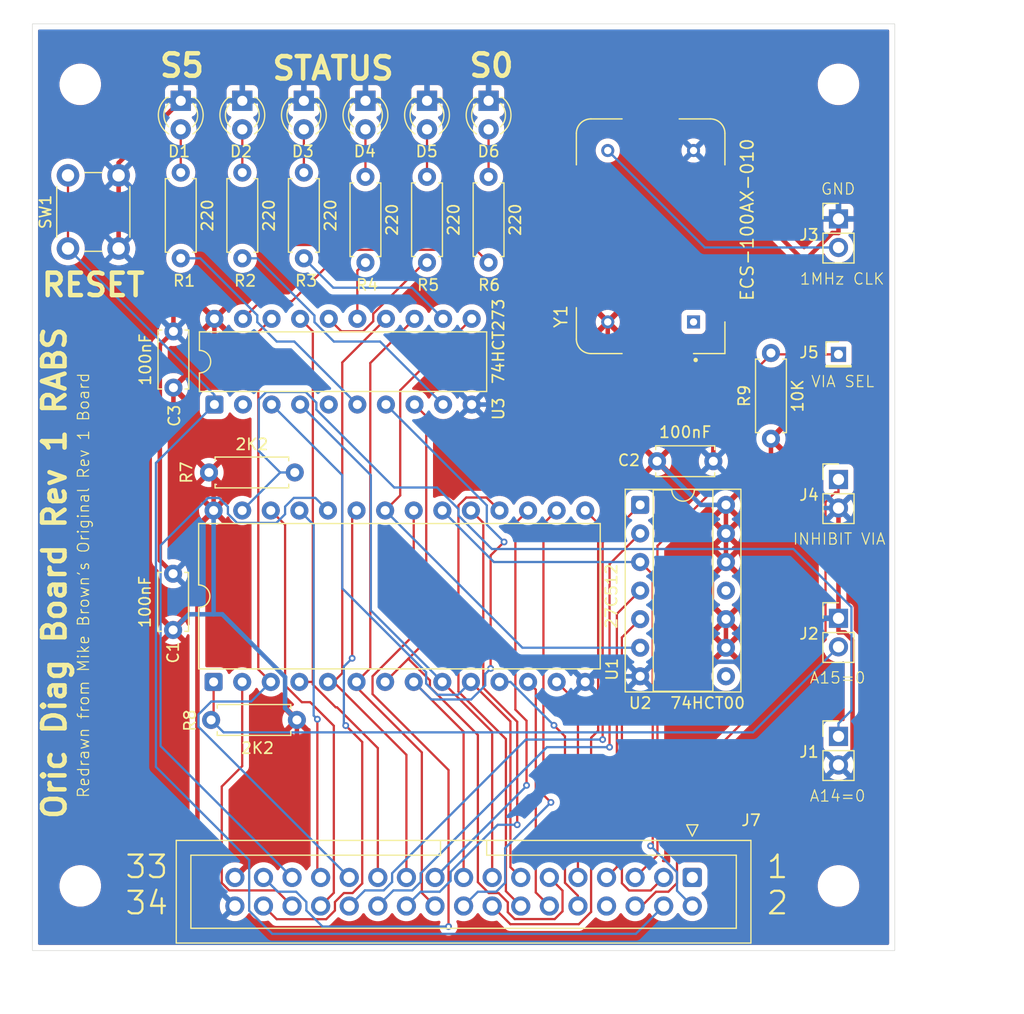
<source format=kicad_pcb>
(kicad_pcb (version 20241229) (generator "pcbnew") (generator_version "9.0")
  (title_block (title "Orig Diag Board") (date "2025-09-28") (rev "1") (comment 3 "**** DO NOT USE ****") (comment 4 "**** NOT VERIFIED YET ****"))
  (layers (0 "F.Cu" signal) (2 "B.Cu" signal) (13 "F.Paste" user) (15 "B.Paste" user) (5 "F.SilkS" user "F.Silkscreen") (7 "B.SilkS" user "B.Silkscreen") (1 "F.Mask" user) (3 "B.Mask" user) (25 "Edge.Cuts" user))
  (net 0 "")
  (net 1 "VCC")
  (net 2 "/ROM A14")
  (net 3 "/ROM A15")
  (net 4 "/CLK")
  (net 5 "/IOCTRL")
  (net 6 "/A2")
  (net 7 "/A7")
  (net 8 "/PH2")
  (net 9 "/A13")
  (net 10 "/~{RESET}")
  (net 11 "/~{IO}")
  (net 12 "/A8")
  (net 13 "/A14")
  (net 14 "/A0")
  (net 15 "/~{ROMDIS}")
  (net 16 "/A15")
  (net 17 "/A10")
  (net 18 "/A4")
  (net 19 "/A5")
  (net 20 "/A6")
  (net 21 "/R{slash}~{W}")
  (net 22 "/A3")
  (net 23 "/A11")
  (net 24 "/A1")
  (net 25 "/A9")
  (net 26 "/~{MAP}")
  (net 27 "/~{IRQ}")
  (net 28 "/A12")
  (net 29 "/PH2+READ")
  (net 34 "Net-(D1-A)")
  (net 35 "GND")
  (net 36 "Net-(D2-A)")
  (net 37 "Net-(D3-A)")
  (net 38 "Net-(D4-A)")
  (net 39 "Net-(D5-A)")
  (net 40 "Net-(D6-A)")
  (net 41 "/D1")
  (net 42 "/D4")
  (net 43 "/D2")
  (net 44 "/D7")
  (net 45 "/D6")
  (net 46 "/D5")
  (net 47 "/D3")
  (net 48 "/D0")
  (net 49 "Net-(U3-Q6)")
  (net 50 "Net-(U3-Q4)")
  (net 51 "Net-(U3-Q2)")
  (net 52 "Net-(U3-Q5)")
  (net 53 "Net-(U3-Q3)")
  (net 54 "Net-(U3-Q7)")
  (footprint "Capacitor_THT:C_Disc_D5.0mm_W2.5mm_P5.00mm" (layer "F.Cu") (at 69.41 47.96 90)
    (property "Reference" "C3")
    (property "Value" "100nF")
  )
  (footprint "Resistor_THT:R_Axial_DIN0207_L6.3mm_D2.5mm_P7.62mm_Horizontal" (layer "F.Cu") (at 75.53 36.46 90)
    (property "Reference" "R2")
    (property "Value" "220")
  )
  (footprint "LED_THT:LED_D3.0mm" (layer "F.Cu") (at 86.47 22.46 -90)
    (property "Reference" "D4")
    (property "Value" "LED")
  )
  (footprint "Resistor_THT:R_Axial_DIN0207_L6.3mm_D2.5mm_P7.62mm_Horizontal" (layer "F.Cu") (at 72.57 55.5)
    (property "Reference" "R7")
    (property "Value" "2K2")
  )
  (footprint "Connector_PinHeader_2.54mm:PinHeader_1x02_P2.54mm_Vertical" (layer "F.Cu") (at 128.5 32.96)
    (property "Reference" "J3")
    (property "Value" "Conn_01x02_Pin")
  )
  (footprint "Connector_PinHeader_2.00mm:PinHeader_1x01_P2.00mm_Vertical" (layer "F.Cu") (at 128.5 45)
    (property "Reference" "J5")
    (property "Value" "Conn_01x01_Pin")
  )
  (footprint "Package_DIP:DIP-14_W7.62mm_Socket" (layer "F.Cu") (at 110.88 58.38)
    (property "Reference" "U2")
    (property "Value" "74HCT00")
  )
  (footprint "MountingHole:MountingHole_3.2mm_M3" (layer "F.Cu") (at 61.13 21)
    (property "Reference" "H4" (hide yes))
    (property "Value" "MountingHole")
  )
  (footprint "MountingHole:MountingHole_3.2mm_M3" (layer "F.Cu") (at 128.5 21)
    (property "Reference" "H3" (hide yes))
    (property "Value" "MountingHole")
  )
  (footprint "LED_THT:LED_D3.0mm" (layer "F.Cu") (at 91.94 22.46 -90)
    (property "Reference" "D5")
    (property "Value" "LED")
  )
  (footprint "LED_THT:LED_D3.0mm" (layer "F.Cu") (at 97.41 22.46 -90)
    (property "Reference" "D6")
    (property "Value" "LED")
  )
  (footprint "LED_THT:LED_D3.0mm" (layer "F.Cu") (at 70.06 22.46 -90)
    (property "Reference" "D1")
    (property "Value" "LED")
  )
  (footprint "Resistor_THT:R_Axial_DIN0207_L6.3mm_D2.5mm_P7.62mm_Horizontal" (layer "F.Cu") (at 97.41 36.84 90)
    (property "Reference" "R6")
    (property "Value" "220")
  )
  (footprint "Resistor_THT:R_Axial_DIN0207_L6.3mm_D2.5mm_P7.62mm_Horizontal" (layer "F.Cu") (at 122.5 52.5 90)
    (property "Reference" "R9")
    (property "Value" "10K")
  )
  (footprint "MountingHole:MountingHole_3.2mm_M3" (layer "F.Cu") (at 61.13 92.2525)
    (property "Reference" "H1" (hide yes))
    (property "Value" "MountingHole")
  )
  (footprint "Capacitor_THT:C_Disc_D5.0mm_W2.5mm_P5.00mm" (layer "F.Cu") (at 112.38 54.5)
    (property "Reference" "C2")
    (property "Value" "100nF")
  )
  (footprint "MountingHole:MountingHole_3.2mm_M3" (layer "F.Cu") (at 128.5 92.2525)
    (property "Reference" "H2" (hide yes))
    (property "Value" "MountingHole")
  )
  (footprint "Button_Switch_THT:SW_PUSH_6mm_H9.5mm" (layer "F.Cu") (at 60.04 35.59 90)
    (property "Reference" "SW1")
    (property "Value" "RESET")
  )
  (footprint "Resistor_THT:R_Axial_DIN0207_L6.3mm_D2.5mm_P7.62mm_Horizontal" (layer "F.Cu") (at 86.47 36.84 90)
    (property "Reference" "R4")
    (property "Value" "220")
  )
  (footprint "Package_DIP:DIP-28_W15.24mm" (layer "F.Cu") (at 72.98 74.12 90)
    (property "Reference" "U1")
    (property "Value" "27C512")
  )
  (footprint "Resistor_THT:R_Axial_DIN0207_L6.3mm_D2.5mm_P7.62mm_Horizontal" (layer "F.Cu") (at 80.38 77.5 180)
    (property "Reference" "R8")
    (property "Value" "2K2")
  )
  (footprint "Resistor_THT:R_Axial_DIN0207_L6.3mm_D2.5mm_P7.62mm_Horizontal" (layer "F.Cu") (at 81 36.46 90)
    (property "Reference" "R3")
    (property "Value" "220")
  )
  (footprint "Connector_PinHeader_2.54mm:PinHeader_1x02_P2.54mm_Vertical" (layer "F.Cu") (at 128.5 78.96)
    (property "Reference" "J1")
    (property "Value" "Conn_01x02_Pin")
  )
  (footprint "Capacitor_THT:C_Disc_D5.0mm_W2.5mm_P5.00mm" (layer "F.Cu") (at 69.38 69.5 90)
    (property "Reference" "C1")
    (property "Value" "100nF")
  )
  (footprint "ECS-100AX-010:OSC_ECS-100AX-010" (layer "F.Cu") (at 111.81 34.5 90)
    (property "Reference" "Y1")
    (property "Value" "ECS-100AX-010")
  )
  (footprint "Resistor_THT:R_Axial_DIN0207_L6.3mm_D2.5mm_P7.62mm_Horizontal" (layer "F.Cu") (at 70.06 36.46 90)
    (property "Reference" "R1")
    (property "Value" "220")
  )
  (footprint "Connector_IDC:IDC-Header_2x17_P2.54mm_Vertical" (layer "F.Cu") (at 115.51 91.5 -90)
    (property "Reference" "J7")
    (property "Value" "Conn_02x17_Odd_Even")
  )
  (footprint "LED_THT:LED_D3.0mm" (layer "F.Cu") (at 81 22.46 -90)
    (property "Reference" "D3")
    (property "Value" "LED")
  )
  (footprint "Connector_PinHeader_2.54mm:PinHeader_1x02_P2.54mm_Vertical" (layer "F.Cu") (at 128.5 56.12)
    (property "Reference" "J4")
    (property "Value" "Conn_01x02_Pin")
  )
  (footprint "Connector_PinHeader_2.54mm:PinHeader_1x02_P2.54mm_Vertical" (layer "F.Cu") (at 128.5 68.46)
    (property "Reference" "J2")
    (property "Value" "Conn_01x02_Pin")
  )
  (footprint "LED_THT:LED_D3.0mm" (layer "F.Cu") (at 75.53 22.46 -90)
    (property "Reference" "D2")
    (property "Value" "LED")
  )
  (footprint "Package_DIP:DIP-20_W7.62mm" (layer "F.Cu") (at 73.05 49.46 90)
    (property "Reference" "U3")
    (property "Value" "74HCT273")
  )
  (footprint "Resistor_THT:R_Axial_DIN0207_L6.3mm_D2.5mm_P7.62mm_Horizontal" (layer "F.Cu") (at 91.94 36.84 90)
    (property "Reference" "R5")
    (property "Value" "220")
  )
  (gr_rect (start 56.88 15.62) (end 133.5 98) (stroke (width 0.05)) (fill no) (layer "Edge.Cuts"))
  (gr_text "A14=0" (at 125.88 84.84 0) (layer "F.SilkS") (effects (font (size 1 1) (thickness 0.1)) (justify left bottom)))
  (gr_text "1\n2" (at 122 94.941444 0) (layer "F.SilkS") (effects (font (size 2 2) (thickness 0.2) (bold yes)) (justify left bottom)))
  (gr_text "Oric Diag Board Rev 1 RABS" (at 60 86.5 90) (layer "F.SilkS") (effects (font (size 2 2) (thickness 0.4) (bold yes)) (justify left bottom)))
  (gr_text "Redrawn from Mike Brown's Original Rev 1 Board" (at 62 84.5 90) (layer "F.SilkS") (effects (font (size 1 1) (thickness 0.1)) (justify left bottom)))
  (gr_text "INHIBIT VIA" (at 124.38 62 0) (layer "F.SilkS") (effects (font (size 1 1) (thickness 0.1)) (justify left bottom)))
  (gr_text "RESET" (at 57.5 40 0) (layer "F.SilkS") (effects (font (size 2 2) (thickness 0.4) (bold yes)) (justify left bottom)))
  (gr_text "S5" (at 68 20.5 0) (layer "F.SilkS") (effects (font (size 2 2) (thickness 0.4) (bold yes)) (justify left bottom)))
  (gr_text "VIA SEL" (at 126 48 0) (layer "F.SilkS") (effects (font (size 1 1) (thickness 0.1)) (justify left bottom)))
  (gr_text "33\n34" (at 65 94.941444 0) (layer "F.SilkS") (effects (font (size 2 2) (thickness 0.2) (bold yes)) (justify left bottom)))
  (gr_text "A15=0" (at 125.88 74.34 0) (layer "F.SilkS") (effects (font (size 1 1) (thickness 0.1)) (justify left bottom)))
  (gr_text "1MHz CLK" (at 125 38.88 0) (layer "F.SilkS") (effects (font (size 1 1) (thickness 0.1)) (justify left bottom)))
  (gr_text "GND" (at 126.88 30.88 0) (layer "F.SilkS") (effects (font (size 1 1) (thickness 0.1)) (justify left bottom)))
  (gr_text "S0" (at 95.5 20.5 0) (layer "F.SilkS") (effects (font (size 2 2) (thickness 0.4) (bold yes)) (justify left bottom)))
  (gr_text "STATUS" (at 78 20.749 0) (layer "F.SilkS") (effects (font (size 2 2) (thickness 0.4) (bold yes)) (justify left bottom)))
  (segment (start 101.0567 35.1767) (end 108 42.12) (width 0.4) (layer "F.Cu") (net 1))
  (segment (start 118.5 63.46) (end 117.2439 64.7161) (width 0.4) (layer "F.Cu") (net 1))
  (segment (start 118.5 58.38) (end 118.5 60.92) (width 0.4) (layer "F.Cu") (net 1))
  (segment (start 117.2439 64.7161) (end 117.2439 67.2839) (width 0.4) (layer "F.Cu") (net 1))
  (segment (start 122.5 54.38) (end 122.5 52.5) (width 0.4) (layer "F.Cu") (net 1))
  (segment (start 79.7133 35.1767) (end 101.0567 35.1767) (width 0.4) (layer "F.Cu") (net 1))
  (segment (start 118.5 68.54) (end 118.5 71.08) (width 0.4) (layer "F.Cu") (net 1))
  (segment (start 72.98 55.91) (end 72.98 58.88) (width 0.4) (layer "F.Cu") (net 1))
  (segment (start 73.05 44.32) (end 73.05 41.84) (width 0.4) (layer "F.Cu") (net 1))
  (segment (start 108 42.12) (end 108 50.12) (width 0.4) (layer "F.Cu") (net 1))
  (segment (start 80.38 85.99) (end 74.87 91.5) (width 0.4) (layer "F.Cu") (net 1))
  (segment (start 118.5 60.92) (end 118.5 63.46) (width 0.4) (layer "F.Cu") (net 1))
  (segment (start 72.57 55.5) (end 72.98 55.91) (width 0.4) (layer "F.Cu") (net 1))
  (segment (start 69.41 52.34) (end 72.57 55.5) (width 0.4) (layer "F.Cu") (net 1))
  (segment (start 108 50.12) (end 112.38 54.5) (width 0.4) (layer "F.Cu") (net 1))
  (segment (start 80.38 77.5) (end 80.38 85.99) (width 0.4) (layer "F.Cu") (net 1))
  (segment (start 69.41 47.96) (end 73.05 44.32) (width 0.4) (layer "F.Cu") (net 1))
  (segment (start 118.5 58.38) (end 122.5 54.38) (width 0.4) (layer "F.Cu") (net 1))
  (segment (start 117.2439 67.2839) (end 118.5 68.54) (width 0.4) (layer "F.Cu") (net 1))
  (segment (start 73.05 41.84) (end 79.7133 35.1767) (width 0.4) (layer "F.Cu") (net 1))
  (segment (start 69.41 47.96) (end 69.41 52.34) (width 0.4) (layer "F.Cu") (net 1))
  (segment (start 112.38 54.5) (end 116.26 58.38) (width 0.4) (layer "B.Cu") (net 1))
  (segment (start 73.7499 68.1064) (end 72.98 68.1064) (width 0.4) (layer "B.Cu") (net 1))
  (segment (start 79.33 73.6865) (end 73.7499 68.1064) (width 0.4) (layer "B.Cu") (net 1))
  (segment (start 72.98 58.88) (end 72.98 68.1064) (width 0.4) (layer "B.Cu") (net 1))
  (segment (start 80.38 77.5) (end 79.33 76.45) (width 0.4) (layer "B.Cu") (net 1))
  (segment (start 116.26 58.38) (end 118.5 58.38) (width 0.4) (layer "B.Cu") (net 1))
  (segment (start 79.33 76.45) (end 79.33 73.6865) (width 0.4) (layer "B.Cu") (net 1))
  (segment (start 72.98 68.1064) (end 70.7736 68.1064) (width 0.4) (layer "B.Cu") (net 1))
  (segment (start 70.7736 68.1064) (end 69.38 69.5) (width 0.4) (layer "B.Cu") (net 1))
  (segment (start 92.827 56.836) (end 89.028 56.836) (width 0.2) (layer "B.Cu") (net 2))
  (segment (start 94.7383 59.3363) (end 94.7383 58.7473) (width 0.2) (layer "B.Cu") (net 2))
  (segment (start 128.5 78.96) (end 128.5 77.8083) (width 0.2) (layer "B.Cu") (net 2))
  (segment (start 76.9933 49.0071) (end 76.9933 53.5933) (width 0.2) (layer "B.Cu") (net 2))
  (segment (start 81.1594 48.3455) (end 77.6549 48.3455) (width 0.2) (layer "B.Cu") (net 2))
  (segment (start 89.028 56.836) (end 82.1083 49.9163) (width 0.2) (layer "B.Cu") (net 2))
  (segment (start 129.6517 76.6566) (end 129.6517 67.4636) (width 0.2) (layer "B.Cu") (net 2))
  (segment (start 124.4921 62.304) (end 97.706 62.304) (width 0.2) (layer "B.Cu") (net 2))
  (segment (start 129.6517 67.4636) (end 124.4921 62.304) (width 0.2) (layer "B.Cu") (net 2))
  (segment (start 76.9933 53.5933) (end 78.9 55.5) (width 0.2) (layer "B.Cu") (net 2))
  (segment (start 82.1083 49.9163) (end 82.1083 49.2944) (width 0.2) (layer "B.Cu") (net 2))
  (segment (start 77.6549 48.3455) (end 76.9933 49.0071) (width 0.2) (layer "B.Cu") (net 2))
  (segment (start 75.52 58.88) (end 78.9 55.5) (width 0.2) (layer "B.Cu") (net 2))
  (segment (start 97.706 62.304) (end 94.7383 59.3363) (width 0.2) (layer "B.Cu") (net 2))
  (segment (start 78.9 55.5) (end 80.19 55.5) (width 0.2) (layer "B.Cu") (net 2))
  (segment (start 128.5 77.8083) (end 129.6517 76.6566) (width 0.2) (layer "B.Cu") (net 2))
  (segment (start 82.1083 49.2944) (end 81.1594 48.3455) (width 0.2) (layer "B.Cu") (net 2))
  (segment (start 94.7383 58.7473) (end 92.827 56.836) (width 0.2) (layer "B.Cu") (net 2))
  (segment (start 72.76 77.5) (end 72.98 77.28) (width 0.2) (layer "F.Cu") (net 3))
  (segment (start 72.98 77.28) (end 72.98 74.12) (width 0.2) (layer "F.Cu") (net 3))
  (segment (start 73.8617 78.6017) (end 120.8983 78.6017) (width 0.2) (layer "B.Cu") (net 3))
  (segment (start 72.76 77.5) (end 73.8617 78.6017) (width 0.2) (layer "B.Cu") (net 3))
  (segment (start 120.8983 78.6017) (end 128.5 71) (width 0.2) (layer "B.Cu") (net 3))
  (segment (start 116.62 35.5) (end 128.5 35.5) (width 0.2) (layer "B.Cu") (net 4))
  (segment (start 108 26.88) (end 116.62 35.5) (width 0.2) (layer "B.Cu") (net 4))
  (segment (start 127.3483 70.361) (end 127.3483 58.1354) (width 0.2) (layer "F.Cu") (net 5))
  (segment (start 113.3834 92.77) (end 114.1518 92.0016) (width 0.2) (layer "F.Cu") (net 5))
  (segment (start 128.212 57.2717) (end 128.5 57.2717) (width 0.2) (layer "F.Cu") (net 5))
  (segment (start 111.0159 94.04) (end 112.2859 92.77) (width 0.2) (layer "F.Cu") (net 5))
  (segment (start 127.3483 58.1354) (end 128.212 57.2717) (width 0.2) (layer "F.Cu") (net 5))
  (segment (start 114.1518 83.5575) (end 127.3483 70.361) (width 0.2) (layer "F.Cu") (net 5))
  (segment (start 110.43 94.04) (end 111.0159 94.04) (width 0.2) (layer "F.Cu") (net 5))
  (segment (start 114.1518 92.0016) (end 114.1518 83.5575) (width 0.2) (layer "F.Cu") (net 5))
  (segment (start 128.5 56.12) (end 128.5 57.2717) (width 0.2) (layer "F.Cu") (net 5))
  (segment (start 112.2859 92.77) (end 113.3834 92.77) (width 0.2) (layer "F.Cu") (net 5))
  (segment (start 90.76 74.12) (end 95.19 78.55) (width 0.2) (layer "F.Cu") (net 6))
  (segment (start 97.5938 62.8706) (end 97.5938 72.9219) (width 0.2) (layer "F.Cu") (net 6))
  (segment (start 95.19 78.55) (end 95.19 91.5) (width 0.2) (layer "F.Cu") (net 6))
  (segment (start 98.7865 61.6779) (end 97.5938 62.8706) (width 0.2) (layer "F.Cu") (net 6))
  (via (at 97.5938 72.9219) (size 0.6) (drill 0.3) (layers "F.Cu" "B.Cu") (net 6))
  (via (at 98.7865 61.6779) (size 0.6) (drill 0.3) (layers "F.Cu" "B.Cu") (net 6))
  (segment (start 90.76 74.12) (end 92.3192 75.6792) (width 0.2) (layer "B.Cu") (net 6))
  (segment (start 88.29 49.46) (end 97.2515 58.4215) (width 0.2) (layer "B.Cu") (net 6))
  (segment (start 97.11 73.4057) (end 97.5938 72.9219) (width 0.2) (layer "B.Cu") (net 6))
  (segment (start 97.2515 60.1429) (end 98.7865 61.6779) (width 0.2) (layer "B.Cu") (net 6))
  (segment (start 95.8616 75.6792) (end 97.11 74.4308) (width 0.2) (layer "B.Cu") (net 6))
  (segment (start 92.3192 75.6792) (end 95.8616 75.6792) (width 0.2) (layer "B.Cu") (net 6))
  (segment (start 97.11 74.4308) (end 97.11 73.4057) (width 0.2) (layer "B.Cu") (net 6))
  (segment (start 97.2515 58.4215) (end 97.2515 60.1429) (width 0.2) (layer "B.Cu") (net 6))
  (segment (start 76.9487 43.0213) (end 76.9487 73.0087) (width 0.2) (layer "F.Cu") (net 7))
  (segment (start 78.13 41.84) (end 76.9487 43.0213) (width 0.2) (layer "F.Cu") (net 7))
  (segment (start 76.9487 73.0087) (end 78.06 74.12) (width 0.2) (layer "F.Cu") (net 7))
  (segment (start 71.6244 78.0944) (end 71.6244 77.0157) (width 0.2) (layer "B.Cu") (net 7))
  (segment (start 85.03 91.5) (end 71.6244 78.0944) (width 0.2) (layer "B.Cu") (net 7))
  (segment (start 71.6244 77.0157) (end 72.7784 75.8617) (width 0.2) (layer "B.Cu") (net 7))
  (segment (start 72.7784 75.8617) (end 76.3183 75.8617) (width 0.2) (layer "B.Cu") (net 7))
  (segment (start 76.3183 75.8617) (end 78.06 74.12) (width 0.2) (layer "B.Cu") (net 7))
  (segment (start 109.9008 92.6592) (end 109.2575 92.0159) (width 0.2) (layer "F.Cu") (net 8))
  (segment (start 111.8108 92.6592) (end 109.9008 92.6592) (width 0.2) (layer "F.Cu") (net 8))
  (segment (start 109.2575 70.1625) (end 110.88 68.54) (width 0.2) (layer "F.Cu") (net 8))
  (segment (start 112.97 91.5) (end 111.8108 92.6592) (width 0.2) (layer "F.Cu") (net 8))
  (segment (start 109.2575 92.0159) (end 109.2575 70.1625) (width 0.2) (layer "F.Cu") (net 8))
  (segment (start 79.33 74.4321) (end 80.8179 75.92) (width 0.2) (layer "F.Cu") (net 9))
  (segment (start 78.06 58.88) (end 79.33 60.15) (width 0.2) (layer "F.Cu") (net 9))
  (segment (start 81.5608 75.92) (end 83.6599 78.0191) (width 0.2) (layer "F.Cu") (net 9))
  (segment (start 83.6599 78.0191) (end 83.6599 92.8701) (width 0.2) (layer "F.Cu") (net 9))
  (segment (start 79.33 60.15) (end 79.33 74.4321) (width 0.2) (layer "F.Cu") (net 9))
  (segment (start 83.6599 92.8701) (end 82.49 94.04) (width 0.2) (layer "F.Cu") (net 9))
  (segment (start 80.8179 75.92) (end 81.5608 75.92) (width 0.2) (layer "F.Cu") (net 9))
  (segment (start 60.04 29.09) (end 60.04 35.59) (width 0.2) (layer "F.Cu") (net 10))
  (segment (start 67.8549 81.6712) (end 76.14 89.9563) (width 0.2) (layer "B.Cu") (net 10))
  (segment (start 60.04 35.59) (end 73.05 48.6) (width 0.2) (layer "B.Cu") (net 10))
  (segment (start 76.14 89.9563) (end 76.14 94.4621) (width 0.2) (layer "B.Cu") (net 10))
  (segment (start 110.4954 96.5146) (end 112.97 94.04) (width 0.2) (layer "B.Cu") (net 10))
  (segment (start 67.8549 54.6551) (end 67.8549 81.6712) (width 0.2) (layer "B.Cu") (net 10))
  (segment (start 78.1925 96.5146) (end 110.4954 96.5146) (width 0.2) (layer "B.Cu") (net 10))
  (segment (start 73.05 49.46) (end 67.8549 54.6551) (width 0.2) (layer "B.Cu") (net 10))
  (segment (start 76.14 94.4621) (end 78.1925 96.5146) (width 0.2) (layer "B.Cu") (net 10))
  (segment (start 73.05 48.6) (end 73.05 49.46) (width 0.2) (layer "B.Cu") (net 10))
  (segment (start 112.414 62.0174) (end 120.9669 53.4645) (width 0.2) (layer "F.Cu") (net 11))
  (segment (start 120.9669 53.4645) (end 120.9669 46.5331) (width 0.2) (layer "F.Cu") (net 11))
  (segment (start 128.5 45) (end 127.5233 45) (width 0.2) (layer "F.Cu") (net 11))
  (segment (start 112.414 89.516) (end 112.414 62.0174) (width 0.2) (layer "F.Cu") (net 11))
  (segment (start 120.9669 46.5331) (end 122.5 45) (width 0.2) (layer "F.Cu") (net 11))
  (segment (start 122.5 45) (end 122.5 44.88) (width 0.2) (layer "F.Cu") (net 11))
  (segment (start 122.5 45) (end 127.5233 45) (width 0.2) (layer "F.Cu") (net 11))
  (segment (start 110.43 91.5) (end 112.414 89.516) (width 0.2) (layer "F.Cu") (net 11))
  (segment (start 82.49 91.5) (end 82.197 91.207) (width 0.2) (layer "F.Cu") (net 12))
  (segment (start 82.197 91.207) (end 82.197 77.436) (width 0.2) (layer "F.Cu") (net 12))
  (via (at 82.197 77.436) (size 0.6) (drill 0.3) (layers "F.Cu" "B.Cu") (net 12))
  (segment (start 81.87 77.109) (end 82.197 77.436) (width 0.2) (layer "B.Cu") (net 12))
  (segment (start 80.6 58.88) (end 81.87 60.15) (width 0.2) (layer "B.Cu") (net 12))
  (segment (start 81.87 60.15) (end 81.87 77.109) (width 0.2) (layer "B.Cu") (net 12))
  (segment (start 107.5455 61.7145) (end 110.88 58.38) (width 0.2) (layer "F.Cu") (net 13))
  (segment (start 107.5455 79.2428) (end 107.5455 61.7145) (width 0.2) (layer "F.Cu") (net 13))
  (via (at 107.5455 79.2428) (size 0.6) (drill 0.3) (layers "F.Cu" "B.Cu") (net 13))
  (segment (start 85.03 94.04) (end 86.4183 92.6517) (width 0.2) (layer "B.Cu") (net 13))
  (segment (start 88.84 91.9028) (end 88.84 91.1263) (width 0.2) (layer "B.Cu") (net 13))
  (segment (start 86.4183 92.6517) (end 88.0911 92.6517) (width 0.2) (layer "B.Cu") (net 13))
  (segment (start 88.0911 92.6517) (end 88.84 91.9028) (width 0.2) (layer "B.Cu") (net 13))
  (segment (start 100.7235 79.2428) (end 107.5455 79.2428) (width 0.2) (layer "B.Cu") (net 13))
  (segment (start 88.84 91.1263) (end 100.7235 79.2428) (width 0.2) (layer "B.Cu") (net 13))
  (segment (start 95.84 74.12) (end 99.3516 77.6316) (width 0.2) (layer "F.Cu") (net 14))
  (segment (start 99.3516 77.6316) (end 99.3516 90.5816) (width 0.2) (layer "F.Cu") (net 14))
  (segment (start 99.3516 90.5816) (end 100.27 91.5) (width 0.2) (layer "F.Cu") (net 14))
  (segment (start 84.41 65.8048) (end 84.41 55.74) (width 0.2) (layer "B.Cu") (net 14))
  (segment (start 84.41 55.74) (end 78.13 49.46) (width 0.2) (layer "B.Cu") (net 14))
  (segment (start 94.7004 75.2596) (end 92.8547 75.2596) (width 0.2) (layer "B.Cu") (net 14))
  (segment (start 92.8547 75.2596) (end 91.8617 74.2666) (width 0.2) (layer "B.Cu") (net 14))
  (segment (start 91.8617 73.2565) (end 84.41 65.8048) (width 0.2) (layer "B.Cu") (net 14))
  (segment (start 91.8617 74.2666) (end 91.8617 73.2565) (width 0.2) (layer "B.Cu") (net 14))
  (segment (start 95.84 74.12) (end 94.7004 75.2596) (width 0.2) (layer "B.Cu") (net 14))
  (segment (start 111.9945 88.5083) (end 111.8082 88.6946) (width 0.2) (layer "F.Cu") (net 15))
  (segment (start 111.9945 64.5745) (end 111.9945 88.5083) (width 0.2) (layer "F.Cu") (net 15))
  (segment (start 110.88 63.46) (end 111.9945 64.5745) (width 0.2) (layer "F.Cu") (net 15))
  (via (at 111.8082 88.6946) (size 0.6) (drill 0.3) (layers "F.Cu" "B.Cu") (net 15))
  (segment (start 115.51 94.04) (end 114.1518 92.6818) (width 0.2) (layer "B.Cu") (net 15))
  (segment (start 114.1518 91.0382) (end 111.8082 88.6946) (width 0.2) (layer "B.Cu") (net 15))
  (segment (start 110.88 63.46) (end 97.88 63.46) (width 0.2) (layer "B.Cu") (net 15))
  (segment (start 97.88 63.46) (end 93.3 58.88) (width 0.2) (layer "B.Cu") (net 15))
  (segment (start 114.1518 92.6818) (end 114.1518 91.0382) (width 0.2) (layer "B.Cu") (net 15))
  (segment (start 110.88 60.92) (end 108.1584 63.6416) (width 0.2) (layer "F.Cu") (net 16))
  (segment (start 108.1584 63.6416) (end 108.1584 79.919) (width 0.2) (layer "F.Cu") (net 16))
  (via (at 108.1584 79.919) (size 0.6) (drill 0.3) (layers "F.Cu" "B.Cu") (net 16))
  (segment (start 90.6311 92.6517) (end 91.38 91.9028) (width 0.2) (layer "B.Cu") (net 16))
  (segment (start 87.57 94.04) (end 88.9583 92.6517) (width 0.2) (layer "B.Cu") (net 16))
  (segment (start 91.38 91.9028) (end 91.38 91.1275) (width 0.2) (layer "B.Cu") (net 16))
  (segment (start 102.5885 79.919) (end 108.1584 79.919) (width 0.2) (layer "B.Cu") (net 16))
  (segment (start 88.9583 92.6517) (end 90.6311 92.6517) (width 0.2) (layer "B.Cu") (net 16))
  (segment (start 91.38 91.1275) (end 102.5885 79.919) (width 0.2) (layer "B.Cu") (net 16))
  (segment (start 93.8513 81.9497) (end 93.8513 95.8642) (width 0.2) (layer "F.Cu") (net 17))
  (segment (start 87.0996 73.6152) (end 87.0996 75.198) (width 0.2) (layer "F.Cu") (net 17))
  (segment (start 87.0996 75.198) (end 93.8513 81.9497) (width 0.2) (layer "F.Cu") (net 17))
  (segment (start 90.76 58.88) (end 90.76 69.9548) (width 0.2) (layer "F.Cu") (net 17))
  (segment (start 90.76 69.9548) (end 87.0996 73.6152) (width 0.2) (layer "F.Cu") (net 17))
  (via (at 93.8513 95.8642) (size 0.6) (drill 0.3) (layers "F.Cu" "B.Cu") (net 17))
  (segment (start 77.41 91.5) (end 78.68 92.77) (width 0.2) (layer "B.Cu") (net 17))
  (segment (start 81.2202 94.4327) (end 82.6517 95.8642) (width 0.2) (layer "B.Cu") (net 17))
  (segment (start 78.68 92.77) (end 80.3119 92.77) (width 0.2) (layer "B.Cu") (net 17))
  (segment (start 82.6517 95.8642) (end 93.8513 95.8642) (width 0.2) (layer "B.Cu") (net 17))
  (segment (start 81.2202 93.6783) (end 81.2202 94.4327) (width 0.2) (layer "B.Cu") (net 17))
  (segment (start 80.3119 92.77) (end 81.2202 93.6783) (width 0.2) (layer "B.Cu") (net 17))
  (segment (start 91.48 92.87) (end 92.65 94.04) (width 0.2) (layer "F.Cu") (net 18))
  (segment (start 90.83 41.84) (end 86.9004 45.7696) (width 0.2) (layer "F.Cu") (net 18))
  (segment (start 91.48 80.3866) (end 91.48 92.87) (width 0.2) (layer "F.Cu") (net 18))
  (segment (start 85.68 74.12) (end 85.68 74.5866) (width 0.2) (layer "F.Cu") (net 18))
  (segment (start 86.9004 72.8996) (end 85.68 74.12) (width 0.2) (layer "F.Cu") (net 18))
  (segment (start 86.9004 45.7696) (end 86.9004 72.8996) (width 0.2) (layer "F.Cu") (net 18))
  (segment (start 85.68 74.5866) (end 91.48 80.3866) (width 0.2) (layer "F.Cu") (net 18))
  (segment (start 83.6321 74.12) (end 90.11 80.5979) (width 0.2) (layer "F.Cu") (net 19))
  (segment (start 88.29 41.84) (end 84.41 45.72) (width 0.2) (layer "F.Cu") (net 19))
  (segment (start 84.41 45.72) (end 84.41 73.3421) (width 0.2) (layer "F.Cu") (net 19))
  (segment (start 84.41 73.3421) (end 83.6321 74.12) (width 0.2) (layer "F.Cu") (net 19))
  (segment (start 90.11 80.5979) (end 90.11 91.5) (width 0.2) (layer "F.Cu") (net 19))
  (segment (start 83.6321 74.12) (end 83.14 74.12) (width 0.2) (layer "F.Cu") (net 19))
  (segment (start 81.795 42.965) (end 80.67 41.84) (width 0.2) (layer "F.Cu") (net 20))
  (segment (start 81.795 74.3457) (end 83.8229 76.3736) (width 0.2) (layer "F.Cu") (net 20))
  (segment (start 80.6 74.12) (end 81.795 74.12) (width 0.2) (layer "F.Cu") (net 20))
  (segment (start 87.57 79.9974) (end 87.57 91.5) (width 0.2) (layer "F.Cu") (net 20))
  (segment (start 81.795 74.12) (end 81.795 74.3457) (width 0.2) (layer "F.Cu") (net 20))
  (segment (start 83.8229 76.3736) (end 83.9462 76.3736) (width 0.2) (layer "F.Cu") (net 20))
  (segment (start 81.795 74.12) (end 81.795 42.965) (width 0.2) (layer "F.Cu") (net 20))
  (segment (start 83.9462 76.3736) (end 87.57 79.9974) (width 0.2) (layer "F.Cu") (net 20))
  (segment (start 108.8087 68.0713) (end 110.88 66) (width 0.2) (layer "F.Cu") (net 21))
  (segment (start 107.89 91.5) (end 108.8087 90.5813) (width 0.2) (layer "F.Cu") (net 21))
  (segment (start 108.8087 90.5813) (end 108.8087 68.0713) (width 0.2) (layer "F.Cu") (net 21))
  (segment (start 102.81 91.5) (end 103.981 92.671) (width 0.2) (layer "F.Cu") (net 22))
  (segment (start 90.83 49.46) (end 91.8722 50.5022) (width 0.2) (layer "F.Cu") (net 22))
  (segment (start 99.1183 94.586) (end 99.1183 93.7071) (width 0.2) (layer "F.Cu") (net 22))
  (segment (start 103.2883 95.2016) (end 99.7339 95.2016) (width 0.2) (layer "F.Cu") (net 22))
  (segment (start 96.46 78.838) (end 92.1983 74.5763) (width 0.2) (layer "F.Cu") (net 22))
  (segment (start 97.4299 92.8883) (end 96.46 91.9184) (width 0.2) (layer "F.Cu") (net 22))
  (segment (start 96.46 91.9184) (end 96.46 78.838) (width 0.2) (layer "F.Cu") (net 22))
  (segment (start 90.2803 72.0597) (end 88.22 74.12) (width 0.2) (layer "F.Cu") (net 22))
  (segment (start 92.1983 73.9777) (end 90.2803 72.0597) (width 0.2) (layer "F.Cu") (net 22))
  (segment (start 99.1183 93.7071) (end 98.2995 92.8883) (width 0.2) (layer "F.Cu") (net 22))
  (segment (start 91.8722 50.5022) (end 91.8722 70.4678) (width 0.2) (layer "F.Cu") (net 22))
  (segment (start 103.981 94.5089) (end 103.2883 95.2016) (width 0.2) (layer "F.Cu") (net 22))
  (segment (start 99.7339 95.2016) (end 99.1183 94.586) (width 0.2) (layer "F.Cu") (net 22))
  (segment (start 98.2995 92.8883) (end 97.4299 92.8883) (width 0.2) (layer "F.Cu") (net 22))
  (segment (start 91.8722 70.4678) (end 90.2803 72.0597) (width 0.2) (layer "F.Cu") (net 22))
  (segment (start 103.981 92.671) (end 103.981 94.5089) (width 0.2) (layer "F.Cu") (net 22))
  (segment (start 92.1983 74.5763) (end 92.1983 73.9777) (width 0.2) (layer "F.Cu") (net 22))
  (segment (start 85.68 58.88) (end 85.2906 59.2694) (width 0.2) (layer "F.Cu") (net 23))
  (segment (start 86.1832 79.4615) (end 86.1832 92.0352) (width 0.2) (layer "F.Cu") (net 23))
  (segment (start 82.9841 95.2116) (end 78.5816 95.2116) (width 0.2) (layer "F.Cu") (net 23))
  (segment (start 84.7195 77.9978) (end 86.1832 79.4615) (width 0.2) (layer "F.Cu") (net 23))
  (segment (start 78.5816 95.2116) (end 77.41 94.04) (width 0.2) (layer "F.Cu") (net 23))
  (segment (start 85.3301 92.8883) (end 84.553 92.8883) (width 0.2) (layer "F.Cu") (net 23))
  (segment (start 85.2906 59.2694) (end 85.2906 72.0162) (width 0.2) (layer "F.Cu") (net 23))
  (segment (start 84.553 92.8883) (end 83.76 93.6813) (width 0.2) (layer "F.Cu") (net 23))
  (segment (start 83.76 94.4357) (end 82.9841 95.2116) (width 0.2) (layer "F.Cu") (net 23))
  (segment (start 83.76 93.6813) (end 83.76 94.4357) (width 0.2) (layer "F.Cu") (net 23))
  (segment (start 86.1832 92.0352) (end 85.3301 92.8883) (width 0.2) (layer "F.Cu") (net 23))
  (via (at 85.2906 72.0162) (size 0.6) (drill 0.3) (layers "F.Cu" "B.Cu") (net 23))
  (via (at 84.7195 77.9978) (size 0.6) (drill 0.3) (layers "F.Cu" "B.Cu") (net 23))
  (segment (start 85.2906 72.0162) (end 84.5518 72.755) (width 0.2) (layer "B.Cu") (net 23))
  (segment (start 84.5518 72.755) (end 84.5518 77.8301) (width 0.2) (layer "B.Cu") (net 23))
  (segment (start 84.5518 77.8301) (end 84.7195 77.9978) (width 0.2) (layer "B.Cu") (net 23))
  (segment (start 97.73 78.55) (end 97.73 91.5) (width 0.2) (layer "F.Cu") (net 24))
  (segment (start 93.3 74.12) (end 97.73 78.55) (width 0.2) (layer "F.Cu") (net 24))
  (segment (start 86.95 55.74) (end 86.95 67.77) (width 0.2) (layer "B.Cu") (net 24))
  (segment (start 86.95 67.77) (end 93.3 74.12) (width 0.2) (layer "B.Cu") (net 24))
  (segment (start 80.67 49.46) (end 86.95 55.74) (width 0.2) (layer "B.Cu") (net 24))
  (segment (start 82.0169 57.7569) (end 83.14 58.88) (width 0.2) (layer "B.Cu") (net 25))
  (segment (start 68.2682 61.9795) (end 72.4829 57.7648) (width 0.2) (layer "B.Cu") (net 25))
  (segment (start 68.2682 79.8182) (end 68.2682 61.9795) (width 0.2) (layer "B.Cu") (net 25))
  (segment (start 79.33 59.2074) (end 79.33 58.5377) (width 0.2) (layer "B.Cu") (net 25))
  (segment (start 79.33 58.5377) (end 80.1108 57.7569) (width 0.2) (layer "B.Cu") (net 25))
  (segment (start 74.25 58.5519) (end 74.25 59.1768) (width 0.2) (layer "B.Cu") (net 25))
  (segment (start 79.95 91.5) (end 68.2682 79.8182) (width 0.2) (layer "B.Cu") (net 25))
  (segment (start 78.5557 59.9817) (end 79.33 59.2074) (width 0.2) (layer "B.Cu") (net 25))
  (segment (start 74.25 59.1768) (end 75.0549 59.9817) (width 0.2) (layer "B.Cu") (net 25))
  (segment (start 80.1108 57.7569) (end 82.0169 57.7569) (width 0.2) (layer "B.Cu") (net 25))
  (segment (start 73.4629 57.7648) (end 74.25 58.5519) (width 0.2) (layer "B.Cu") (net 25))
  (segment (start 72.4829 57.7648) (end 73.4629 57.7648) (width 0.2) (layer "B.Cu") (net 25))
  (segment (start 75.0549 59.9817) (end 78.5557 59.9817) (width 0.2) (layer "B.Cu") (net 25))
  (segment (start 75.52 81.6018) (end 75.52 74.12) (width 0.2) (layer "F.Cu") (net 28))
  (segment (start 79.95 94.04) (end 78.5617 92.6517) (width 0.2) (layer "F.Cu") (net 28))
  (segment (start 73.704 83.4178) (end 75.52 81.6018) (width 0.2) (layer "F.Cu") (net 28))
  (segment (start 78.5617 92.6517) (end 74.3648 92.6517) (width 0.2) (layer "F.Cu") (net 28))
  (segment (start 74.3648 92.6517) (end 73.704 91.9909) (width 0.2) (layer "F.Cu") (net 28))
  (segment (start 73.704 91.9909) (end 73.704 83.4178) (width 0.2) (layer "F.Cu") (net 28))
  (segment (start 89.56 57.54) (end 88.22 58.88) (width 0.2) (layer "F.Cu") (net 29))
  (segment (start 95.91 41.84) (end 89.56 48.19) (width 0.2) (layer "F.Cu") (net 29))
  (segment (start 89.56 48.19) (end 89.56 57.54) (width 0.2) (layer "F.Cu") (net 29))
  (segment (start 88.22 58.88) (end 100.42 71.08) (width 0.2) (layer "B.Cu") (net 29))
  (segment (start 100.42 71.08) (end 110.88 71.08) (width 0.2) (layer "B.Cu") (net 29))
  (segment (start 70.06 25) (end 70.06 28.84) (width 0.2) (layer "F.Cu") (net 34))
  (segment (start 128.5 68.46) (end 128.5 69.7117) (width 0.4) (layer "F.Cu") (net 35))
  (segment (start 69.38 64.5) (end 68.2013 63.3213) (width 0.4) (layer "F.Cu") (net 35))
  (segment (start 128.5 69.7117) (end 129.0477 69.7117) (width 0.4) (layer "F.Cu") (net 35))
  (segment (start 71.541 66.661) (end 71.541 90.711) (width 0.4) (layer "F.Cu") (net 35))
  (segment (start 69.38 64.5) (end 71.541 66.661) (width 0.4) (layer "F.Cu") (net 35))
  (segment (start 117.38 44.7841) (end 125.4521 36.712) (width 0.4) (layer "F.Cu") (net 35))
  (segment (start 70.06 22.46) (end 64.54 27.98) (width 0.4) (layer "F.Cu") (net 35))
  (segment (start 128.5 32.96) (end 128.5 34.2117) (width 0.4) (layer "F.Cu") (net 35))
  (segment (start 64.54 27.98) (end 64.54 29.09) (width 0.4) (layer "F.Cu") (net 35))
  (segment (start 125.4521 36.712) (end 127.9524 34.2117) (width 0.4) (layer "F.Cu") (net 35))
  (segment (start 129.0477 69.7117) (end 129.7517 70.4157) (width 0.4) (layer "F.Cu") (net 35))
  (segment (start 129.7517 80.2483) (end 128.5 81.5) (width 0.4) (layer "F.Cu") (net 35))
  (segment (start 125.4521 36.712) (end 115.62 26.88) (width 0.4) (layer "F.Cu") (net 35))
  (segment (start 69.41 40.46) (end 69.41 42.96) (width 0.4) (layer "F.Cu") (net 35))
  (segment (start 64.54 29.09) (end 64.54 35.59) (width 0.4) (layer "F.Cu") (net 35))
  (segment (start 71.541 90.711) (end 74.87 94.04) (width 0.4) (layer "F.Cu") (net 35))
  (segment (start 68.2013 44.1687) (end 69.41 42.96) (width 0.4) (layer "F.Cu") (net 35))
  (segment (start 127.9524 34.2117) (end 128.5 34.2117) (width 0.4) (layer "F.Cu") (net 35))
  (segment (start 64.54 35.59) (end 69.41 40.46) (width 0.4) (layer "F.Cu") (net 35))
  (segment (start 117.38 54.5) (end 117.38 44.7841) (width 0.4) (layer "F.Cu") (net 35))
  (segment (start 128.5 58.66) (end 128.5 68.46) (width 0.4) (layer "F.Cu") (net 35))
  (segment (start 129.7517 70.4157) (end 129.7517 80.2483) (width 0.4) (layer "F.Cu") (net 35))
  (segment (start 68.2013 63.3213) (end 68.2013 44.1687) (width 0.4) (layer "F.Cu") (net 35))
  (segment (start 123.3843 72.324) (end 112.176 72.324) (width 0.4) (layer "B.Cu") (net 35))
  (segment (start 91.94 22.46) (end 86.47 22.46) (width 0.4) (layer "B.Cu") (net 35))
  (segment (start 95.91 49.46) (end 112.34 49.46) (width 0.4) (layer "B.Cu") (net 35))
  (segment (start 75.53 22.46) (end 81 22.46) (width 0.4) (layer "B.Cu") (net 35))
  (segment (start 97.41 22.46) (end 91.94 22.46) (width 0.4) (layer "B.Cu") (net 35))
  (segment (start 111.2 22.46) (end 97.41 22.46) (width 0.4) (layer "B.Cu") (net 35))
  (segment (start 112.34 49.46) (end 117.38 54.5) (width 0.4) (layer "B.Cu") (net 35))
  (segment (start 121.54 58.66) (end 128.5 58.66) (width 0.4) (layer "B.Cu") (net 35))
  (segment (start 115.62 26.88) (end 111.2 22.46) (width 0.4) (layer "B.Cu") (net 35))
  (segment (start 75.53 22.46) (end 70.06 22.46) (width 0.4) (layer "B.Cu") (net 35))
  (segment (start 112.176 72.324) (end 110.88 73.62) (width 0.4) (layer "B.Cu") (net 35))
  (segment (start 127.2483 68.46) (end 123.3843 72.324) (width 0.4) (layer "B.Cu") (net 35))
  (segment (start 81 22.46) (end 86.47 22.46) (width 0.4) (layer "B.Cu") (net 35))
  (segment (start 106.5 73.62) (end 106 74.12) (width 0.4) (layer "B.Cu") (net 35))
  (segment (start 110.88 73.62) (end 106.5 73.62) (width 0.4) (layer "B.Cu") (net 35))
  (segment (start 117.38 54.5) (end 121.54 58.66) (width 0.4) (layer "B.Cu") (net 35))
  (segment (start 128.5 68.46) (end 127.2483 68.46) (width 0.4) (layer "B.Cu") (net 35))
  (segment (start 75.53 25) (end 75.53 28.84) (width 0.2) (layer "F.Cu") (net 36))
  (segment (start 81 25) (end 81 28.84) (width 0.2) (layer "F.Cu") (net 37))
  (segment (start 86.47 25) (end 86.47 29.22) (width 0.2) (layer "F.Cu") (net 38))
  (segment (start 91.94 25) (end 91.94 29.22) (width 0.2) (layer "F.Cu") (net 39))
  (segment (start 97.41 25) (end 97.41 29.22) (width 0.2) (layer "F.Cu") (net 40))
  (segment (start 102.81 94.04) (end 101.6049 92.8349) (width 0.2) (layer "F.Cu") (net 41))
  (segment (start 101.6049 92.8349) (end 101.6049 74.8049) (width 0.2) (layer "F.Cu") (net 41))
  (segment (start 101.6049 74.8049) (end 100.92 74.12) (width 0.2) (layer "F.Cu") (net 41))
  (segment (start 102.2846 60.0554) (end 102.2846 84.1657) (width 0.2) (layer "F.Cu") (net 42))
  (segment (start 103.46 58.88) (end 102.2846 60.0554) (width 0.2) (layer "F.Cu") (net 42))
  (segment (start 102.2846 84.1657) (end 102.947 84.8281) (width 0.2) (layer "F.Cu") (net 42))
  (via (at 102.947 84.8281) (size 0.6) (drill 0.3) (layers "F.Cu" "B.Cu") (net 42))
  (segment (start 96.46 92.77) (end 98.0888 92.77) (width 0.2) (layer "B.Cu") (net 42))
  (segment (start 98.8817 88.8934) (end 102.947 84.8281) (width 0.2) (layer "B.Cu") (net 42))
  (segment (start 98.0888 92.77) (end 98.8817 91.9771) (width 0.2) (layer "B.Cu") (net 42))
  (segment (start 98.8817 91.9771) (end 98.8817 88.8934) (width 0.2) (layer "B.Cu") (net 42))
  (segment (start 95.19 94.04) (end 96.46 92.77) (width 0.2) (layer "B.Cu") (net 42))
  (segment (start 105.35 91.5) (end 105.35 76.01) (width 0.2) (layer "F.Cu") (net 43))
  (segment (start 105.35 76.01) (end 103.46 74.12) (width 0.2) (layer "F.Cu") (net 43))
  (segment (start 96.9417 74.6488) (end 99.9542 77.6613) (width 0.2) (layer "F.Cu") (net 44))
  (segment (start 99.9542 77.6613) (end 99.9542 86.818) (width 0.2) (layer "F.Cu") (net 44))
  (segment (start 95.84 58.88) (end 96.9417 59.9817) (width 0.2) (layer "F.Cu") (net 44))
  (segment (start 96.9417 59.9817) (end 96.9417 74.6488) (width 0.2) (layer "F.Cu") (net 44))
  (via (at 99.9542 86.818) (size 0.6) (drill 0.3) (layers "F.Cu" "B.Cu") (net 44))
  (segment (start 94.0383 91.0004) (end 98.2207 86.818) (width 0.2) (layer "B.Cu") (net 44))
  (segment (start 91.38 92.77) (end 93.0684 92.77) (width 0.2) (layer "B.Cu") (net 44))
  (segment (start 93.0684 92.77) (end 94.0383 91.8001) (width 0.2) (layer "B.Cu") (net 44))
  (segment (start 98.2207 86.818) (end 99.9542 86.818) (width 0.2) (layer "B.Cu") (net 44))
  (segment (start 90.11 94.04) (end 91.38 92.77) (width 0.2) (layer "B.Cu") (net 44))
  (segment (start 94.0383 91.8001) (end 94.0383 91.0004) (width 0.2) (layer "B.Cu") (net 44))
  (segment (start 97.2268 57.7268) (end 95.4297 57.7268) (width 0.2) (layer "F.Cu") (net 45))
  (segment (start 98.9499 92.7199) (end 100.27 94.04) (width 0.2) (layer "F.Cu") (net 45))
  (segment (start 98.9499 79.195) (end 98.9499 92.7199) (width 0.2) (layer "F.Cu") (net 45))
  (segment (start 94.7318 58.4247) (end 94.7318 74.9769) (width 0.2) (layer "F.Cu") (net 45))
  (segment (start 94.7318 74.9769) (end 98.9499 79.195) (width 0.2) (layer "F.Cu") (net 45))
  (segment (start 98.38 58.88) (end 97.2268 57.7268) (width 0.2) (layer "F.Cu") (net 45))
  (segment (start 95.4297 57.7268) (end 94.7318 58.4247) (width 0.2) (layer "F.Cu") (net 45))
  (segment (start 99.7915 76.5785) (end 100.7834 77.5704) (width 0.2) (layer "F.Cu") (net 46))
  (segment (start 100.92 58.88) (end 99.7915 60.0085) (width 0.2) (layer "F.Cu") (net 46))
  (segment (start 99.7915 60.0085) (end 99.7915 76.5785) (width 0.2) (layer "F.Cu") (net 46))
  (segment (start 100.7834 77.5704) (end 100.7834 83.314) (width 0.2) (layer "F.Cu") (net 46))
  (via (at 100.7834 83.314) (size 0.6) (drill 0.3) (layers "F.Cu" "B.Cu") (net 46))
  (segment (start 92.65 91.5) (end 100.7834 83.3666) (width 0.2) (layer "B.Cu") (net 46))
  (segment (start 100.7834 83.3666) (end 100.7834 83.314) (width 0.2) (layer "B.Cu") (net 46))
  (segment (start 106 58.88) (end 107.1438 60.0238) (width 0.2) (layer "F.Cu") (net 47))
  (segment (start 99.3456 95.6556) (end 97.73 94.04) (width 0.2) (layer "F.Cu") (net 47))
  (segment (start 107.1438 60.0238) (end 107.1438 78.461) (width 0.2) (layer "F.Cu") (net 47))
  (segment (start 107.1438 78.461) (end 106.5191 79.0857) (width 0.2) (layer "F.Cu") (net 47))
  (segment (start 105.4276 95.6556) (end 99.3456 95.6556) (width 0.2) (layer "F.Cu") (net 47))
  (segment (start 106.5191 79.0857) (end 106.5191 94.5641) (width 0.2) (layer "F.Cu") (net 47))
  (segment (start 106.5191 94.5641) (end 105.4276 95.6556) (width 0.2) (layer "F.Cu") (net 47))
  (segment (start 104.1983 91.977) (end 104.1983 78.9567) (width 0.2) (layer "F.Cu") (net 48))
  (segment (start 105.35 93.1287) (end 104.1983 91.977) (width 0.2) (layer "F.Cu") (net 48))
  (segment (start 105.35 94.04) (end 105.35 93.1287) (width 0.2) (layer "F.Cu") (net 48))
  (segment (start 104.1983 78.9567) (end 103.2199 77.9783) (width 0.2) (layer "F.Cu") (net 48))
  (via (at 103.2199 77.9783) (size 0.6) (drill 0.3) (layers "F.Cu" "B.Cu") (net 48))
  (segment (start 99.3616 74.12) (end 98.38 74.12) (width 0.2) (layer "B.Cu") (net 48))
  (segment (start 103.2199 77.9783) (end 99.3616 74.12) (width 0.2) (layer "B.Cu") (net 48))
  (segment (start 91.7119 36.84) (end 87.1616 41.3903) (width 0.2) (layer "F.Cu") (net 49))
  (segment (start 84.3205 42.9505) (end 83.21 41.84) (width 0.2) (layer "F.Cu") (net 49))
  (segment (start 91.94 36.84) (end 91.7119 36.84) (width 0.2) (layer "F.Cu") (net 49))
  (segment (start 87.1616 41.3903) (end 87.1616 42.0597) (width 0.2) (layer "F.Cu") (net 49))
  (segment (start 87.1616 42.0597) (end 86.2708 42.9505) (width 0.2) (layer "F.Cu") (net 49))
  (segment (start 86.2708 42.9505) (end 84.3205 42.9505) (width 0.2) (layer "F.Cu") (net 49))
  (segment (start 93.37 41.84) (end 90.6063 39.0763) (width 0.2) (layer "B.Cu") (net 50))
  (segment (start 90.6063 39.0763) (end 83.6163 39.0763) (width 0.2) (layer "B.Cu") (net 50))
  (segment (start 83.6163 39.0763) (end 81 36.46) (width 0.2) (layer "B.Cu") (net 50))
  (segment (start 76.86 42.1354) (end 76.86 41.5248) (width 0.2) (layer "B.Cu") (net 51))
  (segment (start 76.86 41.5248) (end 71.7952 36.46) (width 0.2) (layer "B.Cu") (net 51))
  (segment (start 80.1516 43.8616) (end 78.5862 43.8616) (width 0.2) (layer "B.Cu") (net 51))
  (segment (start 85.75 49.46) (end 80.1516 43.8616) (width 0.2) (layer "B.Cu") (net 51))
  (segment (start 78.5862 43.8616) (end 76.86 42.1354) (width 0.2) (layer "B.Cu") (net 51))
  (segment (start 71.7952 36.46) (end 70.06 36.46) (width 0.2) (layer "B.Cu") (net 51))
  (segment (start 85.75 37.56) (end 86.47 36.84) (width 0.2) (layer "F.Cu") (net 52))
  (segment (start 85.75 41.84) (end 85.75 37.56) (width 0.2) (layer "F.Cu") (net 52))
  (segment (start 83.6662 43.8616) (end 81.94 42.1354) (width 0.2) (layer "B.Cu") (net 53))
  (segment (start 81.94 42.1354) (end 81.94 41.5493) (width 0.2) (layer "B.Cu") (net 53))
  (segment (start 76.8507 36.46) (end 75.53 36.46) (width 0.2) (layer "B.Cu") (net 53))
  (segment (start 81.94 41.5493) (end 76.8507 36.46) (width 0.2) (layer "B.Cu") (net 53))
  (segment (start 93.37 49.46) (end 87.7716 43.8616) (width 0.2) (layer "B.Cu") (net 53))
  (segment (start 87.7716 43.8616) (end 83.6662 43.8616) (width 0.2) (layer "B.Cu") (net 53))
  (segment (start 96.276 35.706) (end 97.41 36.84) (width 0.2) (layer "F.Cu") (net 54))
  (segment (start 79.9364 40.2766) (end 84.507 35.706) (width 0.2) (layer "F.Cu") (net 54))
  (segment (start 75.59 41.84) (end 77.1534 40.2766) (width 0.2) (layer "F.Cu") (net 54))
  (segment (start 77.1534 40.2766) (end 79.9364 40.2766) (width 0.2) (layer "F.Cu") (net 54))
  (segment (start 84.507 35.706) (end 96.276 35.706) (width 0.2) (layer "F.Cu") (net 54))
  (zone (net 1) (net_name "VCC") (layer "F.Cu") (connect_pads (clearance 0.5)) (min_thickness 0.25) (fill yes (thermal_gap 0.5) (thermal_bridge_width 0.5))
    (polygon (pts (xy 54 13.5) (xy 54 100.5) (xy 145 100.5) (xy 145 13.5)))
  )
  (zone (net 35) (net_name "GND") (layer "B.Cu") (priority 1) (connect_pads (clearance 0.5)) (min_thickness 0.25) (fill yes (thermal_gap 0.5) (thermal_bridge_width 0.5))
    (polygon (pts (xy 54 13.5) (xy 54 100.5) (xy 145 100.5) (xy 145 13.5)))
  )
)
</source>
